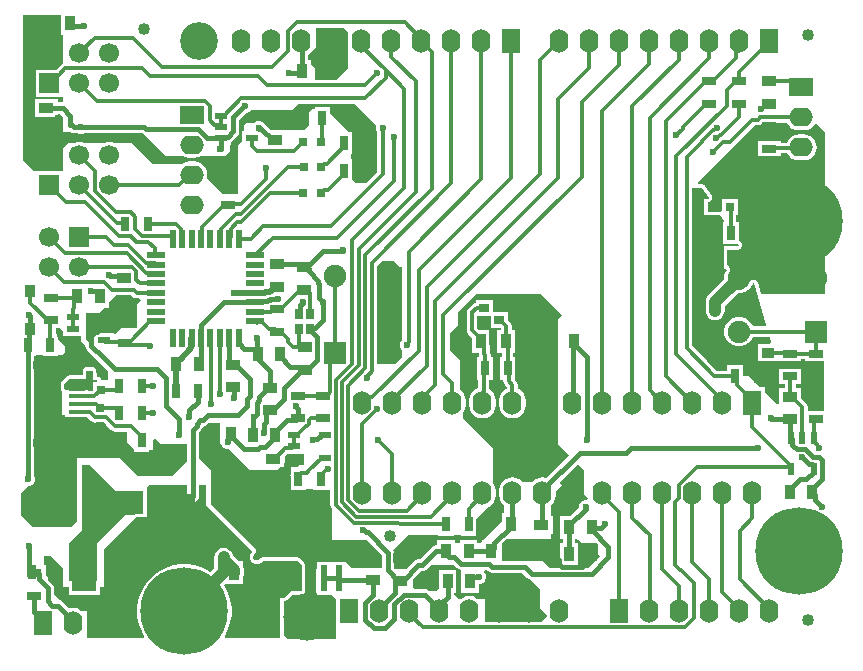
<source format=gtl>
G04*
G04 #@! TF.GenerationSoftware,Altium Limited,Altium Designer,21.7.1 (17)*
G04*
G04 Layer_Physical_Order=1*
G04 Layer_Color=255*
%FSLAX44Y44*%
%MOMM*%
G71*
G04*
G04 #@! TF.SameCoordinates,7A3013B2-BE9A-4409-8891-BE4D90AA3B49*
G04*
G04*
G04 #@! TF.FilePolarity,Positive*
G04*
G01*
G75*
%ADD12C,0.3000*%
%ADD15R,0.6000X2.2000*%
%ADD16R,3.5000X2.2000*%
%ADD17R,1.1000X0.6000*%
%ADD18R,0.6000X1.1000*%
%ADD19R,4.0000X1.6000*%
%ADD20R,2.0000X2.7000*%
%ADD21R,0.8000X0.8000*%
%ADD22R,0.8800X1.0200*%
%ADD23R,1.0200X0.8800*%
%ADD24R,1.5000X0.5500*%
%ADD25R,0.5500X1.5000*%
%ADD26R,0.7750X0.8750*%
%ADD27R,0.8750X0.7750*%
%ADD28R,0.7500X0.7500*%
%ADD29R,1.3500X0.4000*%
%ADD30R,1.4000X1.6000*%
%ADD31R,1.9000X1.9000*%
%ADD32R,1.3000X0.7000*%
%ADD33R,0.7000X1.3000*%
%ADD34R,1.3000X0.9000*%
%ADD35R,0.9000X1.3000*%
%ADD65R,1.9000X1.9000*%
%ADD66C,1.9000*%
%ADD70C,1.0160*%
%ADD71C,1.0000*%
%ADD72C,0.5000*%
%ADD73C,0.4000*%
%ADD74C,3.2000*%
%ADD75C,4.0000*%
%ADD76O,1.6000X2.0000*%
%ADD77R,1.6000X2.0000*%
%ADD78O,2.0000X1.6000*%
%ADD79R,2.0000X1.6000*%
%ADD80C,7.4000*%
%ADD81R,1.7000X1.7000*%
%ADD82C,1.7000*%
G04:AMPARAMS|DCode=83|XSize=2mm|YSize=1.2mm|CornerRadius=0.3mm|HoleSize=0mm|Usage=FLASHONLY|Rotation=0.000|XOffset=0mm|YOffset=0mm|HoleType=Round|Shape=RoundedRectangle|*
%AMROUNDEDRECTD83*
21,1,2.0000,0.6000,0,0,0.0*
21,1,1.4000,1.2000,0,0,0.0*
1,1,0.6000,0.7000,-0.3000*
1,1,0.6000,-0.7000,-0.3000*
1,1,0.6000,-0.7000,0.3000*
1,1,0.6000,0.7000,0.3000*
%
%ADD83ROUNDEDRECTD83*%
%ADD84C,0.6000*%
G36*
X278000Y516000D02*
Y485000D01*
X268588Y475588D01*
X250000D01*
Y485000D01*
X246750Y488250D01*
Y492000D01*
X244103D01*
Y496103D01*
X244669Y496669D01*
X246605Y498155D01*
X248091Y500091D01*
X251000Y503000D01*
Y519662D01*
X274338D01*
X278000Y516000D01*
D02*
G37*
G36*
X35020Y513740D02*
X37000D01*
Y489324D01*
X36569Y489239D01*
X35081Y488244D01*
X30777Y483940D01*
X13900D01*
Y460940D01*
X36900D01*
X37000Y459711D01*
Y456936D01*
X36540Y456558D01*
X32360D01*
Y458960D01*
X13360D01*
Y443960D01*
X32360D01*
Y446362D01*
X34428D01*
X37000Y443790D01*
Y431000D01*
X44021D01*
X44709Y430540D01*
X46660Y430152D01*
X48879D01*
X51056Y429250D01*
X53443D01*
X55621Y430152D01*
X103906D01*
X105196Y429290D01*
X105838Y429162D01*
X124000Y411000D01*
X138441D01*
X138453Y410992D01*
X141128Y409883D01*
X144000Y409505D01*
X148000D01*
X150872Y409883D01*
X153547Y410992D01*
X153559Y411000D01*
X168453D01*
X169056Y410750D01*
X171444D01*
X172047Y411000D01*
X174000D01*
X178000Y415000D01*
Y420110D01*
X179142D01*
Y422996D01*
X179904Y423505D01*
X184676Y428277D01*
X185781Y429931D01*
X186169Y431882D01*
Y441584D01*
X191672Y447088D01*
X191864D01*
X194069Y448001D01*
X195757Y449689D01*
X195886Y450000D01*
X231000D01*
X236000Y455000D01*
X284000D01*
X302236Y436764D01*
X302000Y436194D01*
Y433806D01*
X302913Y431601D01*
X303000Y431515D01*
Y397489D01*
X293511Y388000D01*
X285000D01*
X281500Y391500D01*
Y408000D01*
X281000D01*
Y412543D01*
X281577D01*
Y431543D01*
X278457D01*
X262888Y447112D01*
Y452730D01*
X249888D01*
Y451000D01*
X248000D01*
X245000Y448000D01*
Y437000D01*
X241000Y433000D01*
X212696D01*
X207973Y437722D01*
X207340Y438146D01*
X205899Y439586D01*
X203694Y440500D01*
X201306D01*
X199101Y439586D01*
X198515Y439000D01*
X192000D01*
X190000Y437000D01*
Y432110D01*
X188142D01*
Y423142D01*
X185000Y420000D01*
Y379000D01*
X172000D01*
X158704Y392296D01*
X158717Y392328D01*
X159095Y395200D01*
X158717Y398072D01*
X157608Y400747D01*
X155845Y403045D01*
X153547Y404809D01*
X150872Y405917D01*
X148000Y406295D01*
X144000D01*
X141128Y405917D01*
X138453Y404809D01*
X137399Y404000D01*
X113000D01*
X95000Y422000D01*
X80979D01*
X80639Y422196D01*
X77714Y422980D01*
X74686D01*
X71761Y422196D01*
X71421Y422000D01*
X55579D01*
X55239Y422196D01*
X52314Y422980D01*
X49286D01*
X46361Y422196D01*
X46021Y422000D01*
X41000D01*
X37000Y418000D01*
Y398000D01*
X12000D01*
X3000Y407000D01*
Y530000D01*
X35020D01*
Y513740D01*
D02*
G37*
G36*
X650391Y438053D02*
X652155Y435755D01*
X654453Y433992D01*
X657128Y432883D01*
X660000Y432505D01*
X664000D01*
X666872Y432883D01*
X669548Y433992D01*
X671845Y435755D01*
X673410Y437794D01*
X674849Y438150D01*
X682000Y431000D01*
Y320000D01*
X682150Y319850D01*
Y294428D01*
X627903D01*
X625144Y303958D01*
X625058Y304123D01*
X625020Y304306D01*
X624786Y304649D01*
X624595Y305018D01*
X624452Y305138D01*
X624347Y305292D01*
X623999Y305519D01*
X623682Y305786D01*
X623504Y305843D01*
X623348Y305945D01*
X622940Y306022D01*
X622544Y306147D01*
X622359Y306131D01*
X622175Y306166D01*
X620905Y306153D01*
X620723Y306115D01*
X620537Y306127D01*
X620144Y305994D01*
X619737Y305909D01*
X619583Y305804D01*
X619406Y305744D01*
X619094Y305470D01*
X618751Y305236D01*
X618649Y305080D01*
X618509Y304957D01*
X618326Y304584D01*
X618098Y304237D01*
X618064Y304054D01*
X617981Y303886D01*
X617902Y303590D01*
X616659Y301437D01*
X614901Y299679D01*
X612748Y298436D01*
X610347Y297793D01*
X608015D01*
X606845Y297560D01*
X605853Y296897D01*
X605852Y296897D01*
X603383Y294428D01*
X602000D01*
X597361Y302576D01*
X598767Y303983D01*
X599430Y304975D01*
X599663Y306145D01*
X599663Y306145D01*
Y308477D01*
X600306Y310878D01*
X601428Y312821D01*
X601540Y313152D01*
X601705Y313461D01*
X601730Y313712D01*
X601811Y313951D01*
X601788Y314300D01*
X601823Y314649D01*
X601750Y314890D01*
X601733Y315142D01*
X601578Y315456D01*
X601477Y315791D01*
X600799Y317061D01*
X600513Y317409D01*
X600263Y317783D01*
X600138Y317867D01*
X600042Y317984D01*
X599645Y318196D01*
X599419Y318347D01*
Y331561D01*
X608266D01*
X608559Y331619D01*
X608858Y331619D01*
X609138Y331735D01*
X609436Y331794D01*
X609685Y331960D01*
X609961Y332074D01*
X610044Y332129D01*
X610199Y332284D01*
X610388Y332396D01*
X610618Y332702D01*
X610889Y332972D01*
X610974Y333174D01*
X611105Y333349D01*
X611689Y334564D01*
X611817Y335061D01*
X611973Y335550D01*
X611965Y335636D01*
X611987Y335720D01*
X611915Y336228D01*
X611871Y336740D01*
X611832Y336816D01*
X611820Y336902D01*
X611559Y337344D01*
X611323Y337799D01*
X611080Y338103D01*
X610948Y338214D01*
X610853Y338357D01*
X610496Y338596D01*
X610167Y338872D01*
X610003Y338924D01*
X609861Y339020D01*
X609439Y339104D01*
X609090Y339215D01*
Y355194D01*
X606686D01*
Y360538D01*
X608606D01*
Y374538D01*
X594606D01*
Y364706D01*
X594506Y364468D01*
X594286Y364176D01*
X593502Y363597D01*
X582665D01*
Y371479D01*
X582911D01*
X583348Y371566D01*
X583791Y371609D01*
X583929Y371682D01*
X584082Y371712D01*
X584452Y371959D01*
X584845Y372169D01*
X584944Y372289D01*
X585074Y372375D01*
X585321Y372746D01*
X585605Y373089D01*
X586207Y374208D01*
X586337Y374633D01*
X586510Y375044D01*
X586510Y375200D01*
X586556Y375349D01*
X586513Y375792D01*
X586516Y376238D01*
X586457Y376382D01*
X586442Y376537D01*
X586233Y376930D01*
X586065Y377343D01*
X580552Y385686D01*
X580335Y385906D01*
X580163Y386163D01*
X579919Y386326D01*
X579712Y386534D01*
X579427Y386654D01*
X579170Y386826D01*
X578883Y386883D01*
X578612Y386997D01*
X578303Y386998D01*
X578000Y387059D01*
X574718D01*
X574232Y388232D01*
X622880Y436880D01*
X625298D01*
X627054Y437229D01*
X628543Y438224D01*
X629331Y439012D01*
X649994D01*
X650391Y438053D01*
D02*
G37*
G36*
X583513Y375657D02*
X582911Y374538D01*
X579606D01*
Y360538D01*
X593502D01*
X596513Y355980D01*
X596090Y355194D01*
X596090D01*
Y336194D01*
X608690D01*
X608933Y335890D01*
X608349Y334675D01*
X608266Y334620D01*
X596360D01*
Y315620D01*
X598101D01*
X598779Y314350D01*
X597456Y312059D01*
X596604Y308880D01*
Y306145D01*
X583294Y292836D01*
X582012Y291164D01*
X581206Y289218D01*
X580931Y287130D01*
Y280000D01*
X581206Y277912D01*
X582012Y275965D01*
X583294Y274294D01*
X584966Y273012D01*
X586912Y272206D01*
X589000Y271931D01*
X591088Y272206D01*
X593035Y273012D01*
X594706Y274294D01*
X595988Y275965D01*
X596794Y277912D01*
X597069Y280000D01*
Y283788D01*
X608015Y294734D01*
X610750D01*
X613929Y295586D01*
X616779Y297232D01*
X619106Y299559D01*
X620752Y302409D01*
X620936Y303095D01*
X622206Y303107D01*
X632416Y267837D01*
X631652Y266822D01*
X620816D01*
X620752Y267059D01*
X619106Y269909D01*
X616779Y272236D01*
X613929Y273882D01*
X610750Y274734D01*
X607458D01*
X604279Y273882D01*
X601429Y272236D01*
X599101Y269909D01*
X597456Y267059D01*
X596604Y263880D01*
Y260588D01*
X597456Y257409D01*
X599101Y254559D01*
X601429Y252232D01*
X604279Y250586D01*
X607458Y249734D01*
X610750D01*
X613929Y250586D01*
X616779Y252232D01*
X619106Y254559D01*
X620752Y257409D01*
X620816Y257646D01*
X635366D01*
X636705Y253018D01*
X635751Y251748D01*
X625724D01*
Y236948D01*
X641924D01*
Y236948D01*
X643026Y236934D01*
Y236934D01*
X643188Y236934D01*
X662026D01*
Y238846D01*
X664870D01*
Y236934D01*
X681000D01*
Y194612D01*
X667528D01*
Y198444D01*
X667179Y200200D01*
X666184Y201688D01*
X661772Y206101D01*
Y214612D01*
X657114D01*
Y217934D01*
X662026D01*
Y230934D01*
X643026D01*
Y217934D01*
X647938D01*
Y214612D01*
X642772D01*
Y201024D01*
X641502Y200498D01*
X631650Y210350D01*
Y214930D01*
X627070D01*
X617000Y225000D01*
X612442D01*
Y234036D01*
X599442D01*
Y229124D01*
X590364D01*
X582000Y237489D01*
Y238000D01*
X569588Y250412D01*
Y384000D01*
X578000D01*
X583513Y375657D01*
D02*
G37*
G36*
X95955Y291756D02*
X97444Y290761D01*
X99200Y290412D01*
X101588D01*
X103000Y289000D01*
X100000Y286000D01*
Y266489D01*
X98511Y265000D01*
X86000D01*
X81020Y260020D01*
X79750Y260546D01*
Y261250D01*
X62750D01*
Y253000D01*
X59000D01*
X56000Y256000D01*
Y278000D01*
X67000D01*
X71500Y282500D01*
X75500D01*
Y286500D01*
X81849Y292849D01*
X94862D01*
X95955Y291756D01*
D02*
G37*
G36*
X36750Y262250D02*
Y258750D01*
X52000D01*
Y254330D01*
X55652Y250678D01*
Y250179D01*
X56040Y248228D01*
X57145Y246574D01*
X66985Y236735D01*
X68166Y235945D01*
X75099Y229012D01*
Y221327D01*
X69043D01*
X68826Y222421D01*
X68163Y223413D01*
X67171Y224076D01*
X66618Y224186D01*
X65500Y224806D01*
Y227193D01*
X65059Y228259D01*
Y229000D01*
X64826Y230170D01*
X64163Y231163D01*
X63170Y231826D01*
X62000Y232059D01*
X56495D01*
X55325Y231826D01*
X54332Y231163D01*
X53669Y230170D01*
X53436Y229000D01*
Y225059D01*
X42000D01*
X40829Y224826D01*
X39837Y224163D01*
X39837Y224163D01*
X35837Y220163D01*
X35174Y219170D01*
X34941Y218000D01*
X34941Y218000D01*
Y214000D01*
X35174Y212829D01*
X35837Y211837D01*
X35837Y211837D01*
X36000Y211674D01*
Y192000D01*
X38995D01*
Y189500D01*
X57542D01*
X58006Y188806D01*
X60556Y186256D01*
X62044Y185261D01*
X63800Y184912D01*
X71799D01*
X73080Y183631D01*
X73381Y183181D01*
X77806Y178756D01*
X79294Y177761D01*
X81050Y177412D01*
X91000D01*
Y169000D01*
X96980Y163020D01*
Y160680D01*
X109980D01*
Y162000D01*
X113000D01*
Y170000D01*
X115000Y172000D01*
X120000Y167000D01*
X141922D01*
Y152922D01*
X129000Y140000D01*
X100000D01*
X85000Y155000D01*
X49000D01*
Y102000D01*
X44000Y97000D01*
X11000D01*
X1000Y107000D01*
Y125000D01*
X7250Y131250D01*
X8443D01*
X10649Y132163D01*
X12337Y133851D01*
X13250Y136056D01*
Y138443D01*
X12348Y140621D01*
Y161431D01*
X12093Y162713D01*
Y239953D01*
X12183Y240403D01*
Y241183D01*
X12452Y241452D01*
X13764D01*
Y242000D01*
X19764D01*
Y241452D01*
X32764D01*
Y242000D01*
X36000D01*
X39000Y245000D01*
Y250000D01*
X32764Y256236D01*
Y260452D01*
X30852D01*
Y265000D01*
X34000D01*
X36750Y262250D01*
D02*
G37*
G36*
X322000Y317000D02*
X324000D01*
Y254836D01*
X323238Y254074D01*
X322325Y251869D01*
Y249482D01*
X323238Y247276D01*
X324000Y246515D01*
Y241000D01*
X318000Y235000D01*
X303088D01*
Y318088D01*
X307000Y322000D01*
X317000D01*
X322000Y317000D01*
D02*
G37*
G36*
X62000Y221250D02*
X66000D01*
Y219750D01*
X62000D01*
Y213000D01*
X61088Y212088D01*
X58495D01*
Y212500D01*
X39500D01*
X38000Y214000D01*
Y218000D01*
X42000Y222000D01*
X56495D01*
Y229000D01*
X62000D01*
Y221250D01*
D02*
G37*
G36*
X459000Y276000D02*
X456000Y273000D01*
Y167000D01*
X465455Y157545D01*
X446171Y138261D01*
X445722Y138447D01*
X442850Y138825D01*
X439978Y138447D01*
X437303Y137338D01*
X435005Y135575D01*
X434563Y135000D01*
X425737D01*
X425295Y135575D01*
X422998Y137338D01*
X420322Y138447D01*
X417450Y138825D01*
X414578Y138447D01*
X411903Y137338D01*
X409605Y135575D01*
X407841Y133278D01*
X406733Y130602D01*
X406355Y127730D01*
Y123730D01*
X406733Y120858D01*
X407841Y118182D01*
X409605Y115885D01*
X410000Y115581D01*
Y108560D01*
X408400D01*
Y101400D01*
X392700Y85700D01*
X391940D01*
Y84940D01*
X390000Y83000D01*
X387840D01*
Y85700D01*
X372840D01*
Y83000D01*
X368840D01*
Y85700D01*
X353840D01*
Y81840D01*
X353298Y81298D01*
X352935D01*
X350984Y80910D01*
X349330Y79805D01*
X339084Y69558D01*
X337580D01*
X335629Y69170D01*
X333975Y68065D01*
X326910Y61000D01*
X318250D01*
X317178Y62072D01*
Y74827D01*
X316790Y76778D01*
X316385Y77385D01*
X329000Y90000D01*
X354840D01*
Y89560D01*
X367840D01*
Y90000D01*
X373840D01*
Y89560D01*
X386840D01*
Y103840D01*
X396785Y113785D01*
X397598Y114122D01*
X399895Y115885D01*
X401659Y118182D01*
X402767Y120858D01*
X403145Y123730D01*
Y127730D01*
X402767Y130602D01*
X401659Y133278D01*
X401000Y134136D01*
Y164000D01*
X376000Y189000D01*
Y194046D01*
X376259Y194382D01*
X377367Y197058D01*
X377745Y199930D01*
Y203930D01*
X377367Y206802D01*
X376259Y209478D01*
X374495Y211775D01*
X373000Y212923D01*
Y238000D01*
X365000Y246000D01*
Y261000D01*
X371000Y267000D01*
Y278000D01*
X387000Y294000D01*
X441000D01*
X459000Y276000D01*
D02*
G37*
G36*
X158000Y115000D02*
X197007Y75993D01*
X195914Y74899D01*
X195000Y72694D01*
Y70307D01*
X195914Y68101D01*
X197601Y66413D01*
X199806Y65500D01*
X202194D01*
X204399Y66413D01*
X205985Y68000D01*
X235244D01*
X239000Y64244D01*
Y43000D01*
X230000D01*
X224000Y37000D01*
X221000D01*
Y23389D01*
X220840Y22585D01*
Y18055D01*
X221000Y17250D01*
Y4000D01*
X220000Y3000D01*
X174267D01*
X173690Y4132D01*
X173911Y4435D01*
X176770Y10045D01*
X178715Y16033D01*
X179700Y22252D01*
Y28548D01*
X178715Y34767D01*
X176770Y40755D01*
X173911Y46365D01*
X173139Y47428D01*
X173640Y47929D01*
X174500Y48750D01*
Y48750D01*
X174500Y48750D01*
X189500D01*
Y55452D01*
X189794Y56162D01*
X190069Y58250D01*
Y60250D01*
X189794Y62338D01*
X189500Y63048D01*
Y67750D01*
X185911D01*
X181210Y72451D01*
X181177Y72706D01*
X180371Y74652D01*
X179088Y76323D01*
X178706Y76706D01*
X177034Y77988D01*
X175088Y78794D01*
X173000Y79069D01*
X170912Y78794D01*
X168965Y77988D01*
X167294Y76706D01*
X166012Y75034D01*
X165206Y73088D01*
X164931Y71000D01*
Y62042D01*
X161728Y58839D01*
X160665Y59611D01*
X155055Y62470D01*
X149067Y64415D01*
X142848Y65400D01*
X136552D01*
X130333Y64415D01*
X124345Y62470D01*
X118735Y59611D01*
X113642Y55910D01*
X109190Y51458D01*
X105489Y46365D01*
X102631Y40755D01*
X100685Y34767D01*
X99700Y28548D01*
Y22252D01*
X100685Y16033D01*
X102631Y10045D01*
X105489Y4435D01*
X105710Y4132D01*
X105133Y3000D01*
X57000D01*
Y26000D01*
X52373D01*
X51267Y26848D01*
X48592Y27957D01*
X45720Y28335D01*
X42848Y27957D01*
X42399Y27771D01*
X36325Y33845D01*
X34671Y34950D01*
X33896Y35104D01*
X29298Y39702D01*
Y44800D01*
X28910Y46751D01*
X27805Y48405D01*
X24000Y52210D01*
Y54000D01*
X22200Y55800D01*
Y64260D01*
X21000D01*
Y72000D01*
X27000D01*
X37000Y62000D01*
Y46000D01*
X42000D01*
Y39500D01*
X68000D01*
Y46000D01*
X72000D01*
Y78000D01*
X99000Y105000D01*
X108000D01*
Y130000D01*
X110000Y132000D01*
X141922D01*
Y122840D01*
X142310Y120889D01*
X143415Y119235D01*
X145069Y118130D01*
X147020Y117742D01*
X148971Y118130D01*
X150625Y119235D01*
X151730Y120889D01*
X152118Y122840D01*
Y132000D01*
X158000D01*
Y115000D01*
D02*
G37*
G36*
X478000Y145000D02*
Y124000D01*
X481006Y120994D01*
X480454Y119750D01*
X478557D01*
X476351Y118836D01*
X474663Y117149D01*
X473750Y114944D01*
Y114000D01*
X465770Y106020D01*
X457980D01*
Y87020D01*
X460382D01*
Y83160D01*
X457980D01*
Y64160D01*
X472980D01*
Y83160D01*
X470578D01*
Y87020D01*
X472224D01*
X473000Y86000D01*
X473171Y85829D01*
X476000Y83000D01*
X488790D01*
X490000Y81790D01*
Y74000D01*
X492000Y72000D01*
X482258Y62258D01*
X448742D01*
X443000Y68000D01*
X428332D01*
X427840Y68098D01*
X409000D01*
Y82950D01*
X413050Y87000D01*
X450000D01*
Y90900D01*
X451460D01*
Y105900D01*
X450000D01*
Y115351D01*
X450695Y115885D01*
X452458Y118182D01*
X453567Y120858D01*
X453945Y123730D01*
Y126945D01*
X459000Y132000D01*
X456665Y134335D01*
X472665Y150335D01*
X478000Y145000D01*
D02*
G37*
G36*
X161000Y185000D02*
X170000D01*
Y170000D01*
X170250Y169750D01*
Y167956D01*
X171163Y165751D01*
X172851Y164063D01*
X175056Y163150D01*
X176850D01*
X195000Y145000D01*
X218000D01*
X220250Y147250D01*
X224000D01*
Y151000D01*
X225000Y152000D01*
Y156761D01*
X227150Y158912D01*
X231000D01*
X231443Y159000D01*
X239730D01*
X241000Y159000D01*
X241000Y157730D01*
Y149000D01*
X237000D01*
X235250Y147250D01*
X229750D01*
Y141750D01*
X229000Y141000D01*
X229750Y140250D01*
Y128250D01*
X242750D01*
Y129000D01*
X248750D01*
Y128250D01*
X261750D01*
Y128250D01*
X262941Y128059D01*
X263362Y127638D01*
Y115479D01*
X263711Y113723D01*
X264706Y112235D01*
X265000Y111940D01*
Y86000D01*
X293697D01*
X306982Y72715D01*
Y62000D01*
X281000D01*
X277000Y66000D01*
X276400D01*
Y67250D01*
X264400D01*
Y67250D01*
X263700D01*
Y67250D01*
X251700D01*
Y61700D01*
X251000Y61000D01*
Y42000D01*
X251700Y41300D01*
Y39250D01*
X263700D01*
X263700Y39250D01*
X264906Y39094D01*
X268400Y35600D01*
Y34400D01*
X268000Y34000D01*
Y2000D01*
X227000D01*
X224059Y4941D01*
Y17250D01*
X224000Y17546D01*
Y17847D01*
X223899Y18356D01*
Y22284D01*
X224000Y22793D01*
Y23094D01*
X224059Y23389D01*
Y33953D01*
X225170Y34174D01*
X226163Y34837D01*
X226163Y34837D01*
X230576Y39250D01*
X238300D01*
Y39941D01*
X239000D01*
X240170Y40174D01*
X241163Y40837D01*
X241826Y41830D01*
X242059Y43000D01*
Y64244D01*
X241826Y65415D01*
X241163Y66407D01*
X241163Y66407D01*
X237407Y70163D01*
X236415Y70826D01*
X235244Y71059D01*
X235244Y71059D01*
X205985D01*
X205985Y71059D01*
X204815Y70826D01*
X203822Y70163D01*
X203822Y70163D01*
X202666Y69007D01*
X201585Y68559D01*
X200415D01*
X199334Y69007D01*
X198507Y69834D01*
X198059Y70915D01*
Y72085D01*
X198507Y73166D01*
X199170Y73830D01*
X199833Y74822D01*
X200066Y75993D01*
X200000Y77000D01*
Y78000D01*
X199770Y78230D01*
X162000Y116000D01*
Y145000D01*
X152118Y154882D01*
Y176908D01*
X153855Y178645D01*
X154960Y180299D01*
X155124Y181124D01*
X156376Y182376D01*
X157201Y182540D01*
X158855Y183645D01*
X160605Y185395D01*
X161000Y185000D01*
D02*
G37*
G36*
X82000Y127000D02*
X104941D01*
Y108059D01*
X99000D01*
X97829Y107826D01*
X96837Y107163D01*
X96837Y107163D01*
X96674Y107000D01*
X90000D01*
X66000Y83000D01*
Y51000D01*
X42000D01*
Y83422D01*
X53000Y94422D01*
Y149000D01*
X60000D01*
X82000Y127000D01*
D02*
G37*
G36*
X370578Y62095D02*
X372232Y60990D01*
X373104Y60817D01*
X374160Y60300D01*
Y41300D01*
X389160D01*
Y48750D01*
X390193D01*
X392399Y49664D01*
X394087Y51351D01*
X395000Y53556D01*
Y55943D01*
X394087Y58149D01*
X393505Y58730D01*
X394031Y60000D01*
X395790D01*
X396395Y59395D01*
X398049Y58290D01*
X400000Y57902D01*
X425728D01*
X430075Y53555D01*
X431729Y52450D01*
X432754Y52246D01*
X441000Y44000D01*
Y28000D01*
X446182Y22818D01*
X446372Y21372D01*
X441488Y16488D01*
X394000D01*
Y36000D01*
X387862D01*
X386548Y37009D01*
X383872Y38117D01*
X381000Y38495D01*
X378128Y38117D01*
X375452Y37009D01*
X374138Y36000D01*
X372000D01*
X368000Y40000D01*
Y41300D01*
X370060D01*
Y60300D01*
X355060D01*
Y45060D01*
X353000Y43000D01*
X347010D01*
X347005Y43005D01*
X345351Y44110D01*
X343400Y44498D01*
X334502D01*
X333000Y46000D01*
Y52670D01*
X339692Y59362D01*
X341195D01*
X343146Y59750D01*
X343520Y60000D01*
X344000D01*
X349000Y65000D01*
X367673D01*
X370578Y62095D01*
D02*
G37*
%LPC*%
G36*
X664000Y429295D02*
X660000D01*
X657128Y428917D01*
X654453Y427808D01*
X652155Y426045D01*
X650391Y423747D01*
X649791Y422298D01*
X644500D01*
Y423720D01*
X625500D01*
Y410720D01*
X644500D01*
Y413122D01*
X650197D01*
X650391Y412653D01*
X652155Y410355D01*
X654453Y408591D01*
X657128Y407483D01*
X660000Y407105D01*
X664000D01*
X666872Y407483D01*
X669548Y408591D01*
X671845Y410355D01*
X673608Y412653D01*
X674717Y415328D01*
X675095Y418200D01*
X674717Y421072D01*
X673608Y423747D01*
X671845Y426045D01*
X669548Y427808D01*
X666872Y428917D01*
X664000Y429295D01*
D02*
G37*
G36*
X401075Y288815D02*
X386325D01*
Y286904D01*
X385494Y286739D01*
X384006Y285744D01*
X380006Y281744D01*
X379011Y280256D01*
X378662Y278500D01*
Y263250D01*
X379011Y261494D01*
X380006Y260006D01*
X383000Y257011D01*
Y244500D01*
X388912D01*
Y243000D01*
X389129Y241910D01*
X388254Y240640D01*
X387860D01*
Y221640D01*
X388617D01*
Y214414D01*
X386502Y213538D01*
X384205Y211775D01*
X382441Y209478D01*
X381333Y206802D01*
X380955Y203930D01*
Y199930D01*
X381333Y197058D01*
X382441Y194382D01*
X384205Y192085D01*
X386502Y190322D01*
X389178Y189213D01*
X392050Y188835D01*
X394922Y189213D01*
X397598Y190322D01*
X399895Y192085D01*
X401659Y194382D01*
X402767Y197058D01*
X403145Y199930D01*
Y203930D01*
X402767Y206802D01*
X401659Y209478D01*
X399895Y211775D01*
X397793Y213388D01*
Y221640D01*
X400860D01*
Y240640D01*
X398948D01*
Y242140D01*
X398599Y243896D01*
X398088Y244660D01*
Y251000D01*
X398000Y251443D01*
Y263500D01*
X389489D01*
X387838Y265151D01*
Y275065D01*
X399025D01*
Y265315D01*
X407286D01*
X407552Y265049D01*
Y263500D01*
X404640D01*
Y244500D01*
X408772D01*
Y240640D01*
X406860D01*
Y221640D01*
X409714D01*
Y220140D01*
X410064Y218384D01*
X411058Y216896D01*
X412845Y215109D01*
X412724Y213879D01*
X411903Y213538D01*
X409605Y211775D01*
X407841Y209478D01*
X406733Y206802D01*
X406355Y203930D01*
Y199930D01*
X406733Y197058D01*
X407841Y194382D01*
X409605Y192085D01*
X411903Y190322D01*
X414578Y189213D01*
X417450Y188835D01*
X420322Y189213D01*
X422998Y190322D01*
X425295Y192085D01*
X427058Y194382D01*
X428167Y197058D01*
X428545Y199930D01*
Y203930D01*
X428167Y206802D01*
X427058Y209478D01*
X425295Y211775D01*
X422998Y213538D01*
X422038Y213936D01*
Y216993D01*
X421689Y218748D01*
X420694Y220237D01*
X420366Y220565D01*
X419860Y221640D01*
X419860D01*
X419860Y221640D01*
Y240640D01*
X417948D01*
Y244500D01*
X419640D01*
Y263500D01*
X416728D01*
Y266950D01*
X416379Y268706D01*
X415384Y270194D01*
X413775Y271804D01*
Y279065D01*
X401075D01*
Y288815D01*
D02*
G37*
%LPD*%
D12*
X519050Y453050D02*
X558500Y492500D01*
X519050Y201930D02*
Y453050D01*
X558500Y492500D02*
Y507700D01*
X533400Y488400D02*
Y508000D01*
X493650Y201930D02*
Y448650D01*
X533400Y488400D01*
X476500Y393500D02*
Y456500D01*
X508000Y488000D02*
Y508000D01*
X476500Y456500D02*
X508000Y488000D01*
X456000Y392500D02*
Y459000D01*
X482600Y485600D01*
Y508000D01*
X338000Y314000D02*
X416560Y392560D01*
X298417Y206417D02*
X338000Y246000D01*
Y314000D01*
X345000Y233080D02*
Y300000D01*
X315850Y203930D02*
X345000Y233080D01*
Y300000D02*
X441000Y396000D01*
X330000Y330000D02*
X391160Y391160D01*
X328325Y251487D02*
X330000Y253162D01*
Y330000D01*
X328325Y250675D02*
Y251487D01*
X352000Y288500D02*
X456000Y392500D01*
X441000Y491800D02*
X457200Y508000D01*
X441000Y396000D02*
Y491800D01*
X359000Y226000D02*
Y276000D01*
X476500Y393500D01*
X416560Y392560D02*
Y508000D01*
X391160Y391160D02*
Y508000D01*
X204500Y271000D02*
X211220Y264280D01*
X216440D01*
X218440Y262280D01*
X199750Y271000D02*
X204500D01*
X215440Y281280D02*
X218440D01*
X199750Y279000D02*
X213160D01*
X215440Y281280D01*
X267950Y115479D02*
Y221250D01*
X281750Y235050D01*
X294937Y206417D02*
X298417D01*
X290450Y201930D02*
X294937Y206417D01*
X352000Y216687D02*
Y288500D01*
X341250Y205937D02*
X352000Y216687D01*
X359000Y226000D02*
X366650Y218350D01*
Y201930D02*
Y218350D01*
X292750Y326750D02*
X349000Y383000D01*
X292750Y231250D02*
Y326750D01*
X349000Y383000D02*
Y499360D01*
X298500Y228619D02*
Y320500D01*
X365760Y387760D02*
Y508000D01*
X298500Y320500D02*
X365760Y387760D01*
X287500Y233729D02*
Y332500D01*
X335750Y380750D02*
Y474250D01*
X287500Y332500D02*
X335750Y380750D01*
X281750Y339750D02*
X326000Y384000D01*
X281750Y235050D02*
Y339750D01*
X326000Y384000D02*
Y467500D01*
X214500Y341750D02*
X268750D01*
X317000Y390000D02*
Y427000D01*
X268750Y341750D02*
X317000Y390000D01*
X206250Y351500D02*
X263500D01*
X308000Y396000D02*
Y435000D01*
X263500Y351500D02*
X308000Y396000D01*
X340360Y508000D02*
X349000Y499360D01*
X310155Y483345D02*
X326000Y467500D01*
X314960Y495040D02*
Y508000D01*
Y495040D02*
X335750Y474250D01*
X340360Y508000D02*
Y510000D01*
X556000Y243180D02*
X595250Y203930D01*
X556000Y243180D02*
Y410750D01*
X598750Y453500D01*
X565000Y248000D02*
X588464Y224536D01*
X565000Y410250D02*
X577838Y423088D01*
X565000Y248000D02*
Y410250D01*
X267250Y248647D02*
Y305047D01*
X262950Y244347D02*
X267250Y248647D01*
X262950Y309347D02*
X267250Y305047D01*
X59493Y194500D02*
X61250Y192743D01*
X48745Y194500D02*
X59493D01*
X61250Y192050D02*
Y192743D01*
Y192050D02*
X63800Y189500D01*
X50800Y497840D02*
X63960Y511000D01*
X96125D01*
X121000Y486125D02*
X213623D01*
X96125Y511000D02*
X121000Y486125D01*
X210000Y471000D02*
X293000D01*
X303000Y481000D01*
X104179Y485000D02*
X110590Y478590D01*
X202411D01*
X210000Y471000D01*
X213623Y486125D02*
X227260Y499762D01*
X187620Y459588D02*
X293030D01*
X173142Y445110D02*
X187620Y459588D01*
X293030D02*
X310155Y476713D01*
X556000Y428500D02*
X561554Y434054D01*
Y435674D02*
X581200Y455320D01*
X561554Y434054D02*
Y435674D01*
X628000Y451000D02*
X628680D01*
X633000Y455320D01*
X627451Y443600D02*
X662000D01*
X627071Y443220D02*
X627451Y443600D01*
X627050Y443220D02*
X627071D01*
X633000Y455320D02*
X635000D01*
X625298Y441468D02*
X627050Y443220D01*
X577838Y423088D02*
Y423223D01*
X593119Y428500D02*
X594429D01*
X587211Y432596D02*
X587784D01*
X590188Y435000D02*
X591000D01*
X587784Y432596D02*
X590188Y435000D01*
X590716Y426096D02*
X593119Y428500D01*
X589904Y426096D02*
X590716D01*
X587000Y414000D02*
X595958Y422958D01*
X594429Y428500D02*
X609600Y443671D01*
Y455320D01*
X577838Y423223D02*
X587211Y432596D01*
X595958Y422958D02*
X601708D01*
X598750Y453500D02*
Y466470D01*
X601708Y422958D02*
X620218Y441468D01*
X310155Y476713D02*
Y483345D01*
X289560Y503940D02*
X310155Y483345D01*
X289560Y503940D02*
Y508000D01*
X676426Y164574D02*
X677000Y164000D01*
X672440Y169758D02*
X676426Y165772D01*
Y164574D02*
Y165772D01*
X672440Y169758D02*
Y186112D01*
X282929Y100500D02*
X320415D01*
X321855Y99060D02*
X361340D01*
X328020Y110500D02*
X341250Y123730D01*
X272950Y117550D02*
X285000Y105500D01*
X320415Y100500D02*
X321855Y99060D01*
X348420Y105500D02*
X366650Y123730D01*
X277950Y119967D02*
X287417Y110500D01*
X328020D01*
X285000Y105500D02*
X348420D01*
X267950Y115479D02*
X282929Y100500D01*
X272950Y117550D02*
Y219179D01*
X609750Y93750D02*
X620650Y104650D01*
X609750Y52650D02*
Y93750D01*
X620650Y104650D02*
Y125730D01*
X519050Y104700D02*
X534000Y89750D01*
X508000Y25400D02*
Y109380D01*
X534000Y26000D02*
Y89750D01*
X519050Y104700D02*
Y125730D01*
X341700Y11900D02*
X563563D01*
X653440Y146258D02*
Y148758D01*
X330200Y23400D02*
X341700Y11900D01*
X563563D02*
X571250Y19586D01*
X330200Y23400D02*
Y25400D01*
X170642Y435610D02*
Y437110D01*
Y445110D01*
X50800Y316600D02*
X95600D01*
X25400Y342000D02*
X38650Y328750D01*
X90800D01*
X107300Y312250D01*
X95600Y316600D02*
X98900Y313300D01*
X165192Y437110D02*
X169142D01*
X161321Y440981D02*
X165192Y437110D01*
X65740Y457500D02*
X157450D01*
X169142Y437110D02*
X170642Y435610D01*
X161321Y440981D02*
Y453629D01*
X157450Y457500D02*
X161321Y453629D01*
X50800Y472440D02*
X65740Y457500D01*
X33165Y479840D02*
X38325Y485000D01*
X25400Y472440D02*
X32800Y479840D01*
X38325Y485000D02*
X104179D01*
X32800Y479840D02*
X33165D01*
X272950Y219179D02*
X287500Y233729D01*
X293971Y223279D02*
Y224091D01*
X298500Y228619D01*
X277950Y216450D02*
X292750Y231250D01*
X262950Y210700D02*
Y244347D01*
X63800Y189500D02*
X73700D01*
X260500Y146000D02*
X261000D01*
X277950Y119967D02*
Y216450D01*
X255250Y140750D02*
X260500Y146000D01*
X89000Y252250D02*
X90426Y250824D01*
X110426D01*
X111000Y250250D01*
X72750Y253750D02*
X87500D01*
X71250Y255250D02*
X72750Y253750D01*
X87500D02*
X89000Y252250D01*
X103480Y170180D02*
Y173180D01*
X94660Y182000D02*
X103480Y173180D01*
X81050Y182000D02*
X94660D01*
X76625Y186425D02*
X81050Y182000D01*
X76625Y186425D02*
Y186575D01*
X73700Y189500D02*
X76625Y186575D01*
X304000Y170750D02*
X315850Y158900D01*
X255250Y137750D02*
Y140750D01*
X238250Y142750D02*
X243250D01*
X236250Y137750D02*
Y140750D01*
X238250Y142750D01*
X243250D02*
X245250Y144750D01*
Y144750D01*
X256000Y155500D02*
X258500D01*
X245250Y144750D02*
X256000Y155500D01*
X214500Y154750D02*
X216500D01*
X231000Y163500D02*
X232500Y165000D01*
X225250Y163500D02*
X231000D01*
X216500Y154750D02*
X225250Y163500D01*
X232500Y165000D02*
Y174500D01*
X245500Y187243D02*
X247257Y189000D01*
X245500Y184050D02*
Y187243D01*
X232500Y174500D02*
X235000D01*
X247257Y189000D02*
X257250D01*
X243450Y182000D02*
X245500Y184050D01*
X242500Y182000D02*
X243450D01*
X235000Y174500D02*
X242500Y182000D01*
X235500Y208000D02*
X257250D01*
X260250D01*
X262950Y210700D01*
X380340Y112020D02*
X392050Y123730D01*
Y125730D01*
X380340Y99060D02*
Y112020D01*
X162000Y201250D02*
X162500Y200750D01*
X162000Y201250D02*
Y256750D01*
X161750Y257000D02*
X162000Y256750D01*
X169866Y209360D02*
X169982Y209244D01*
X169866Y209360D02*
Y256884D01*
X169750Y257000D02*
X169866Y256884D01*
X103500Y193500D02*
X113250D01*
X103500Y216000D02*
X113250D01*
X84500Y193500D02*
Y195250D01*
X68500Y197250D02*
X82500D01*
X84500Y195250D01*
X82500Y213000D02*
X84500Y215000D01*
X68750Y213000D02*
X82500D01*
X84500Y215000D02*
Y216000D01*
X64750Y201000D02*
X68500Y197250D01*
X48745Y201000D02*
X64750D01*
X48745Y207500D02*
X63250D01*
X68750Y213000D01*
X227683Y253037D02*
X231720Y249000D01*
X227683Y253037D02*
Y256037D01*
X221440Y262280D02*
X227683Y256037D01*
X218440Y262280D02*
X221440D01*
X26264Y250952D02*
Y270764D01*
X27178Y271678D01*
X9144Y286712D02*
Y296766D01*
Y286712D02*
X24178Y271678D01*
X27178D01*
X47678Y290678D02*
X49000Y292000D01*
X46000Y289000D02*
X47678Y290678D01*
X46000Y282500D02*
Y289000D01*
X45250Y281750D02*
X46000Y282500D01*
X45250Y274250D02*
Y281750D01*
X27178Y290678D02*
X47678D01*
X45250Y264750D02*
Y274250D01*
X94250Y254250D02*
X111000Y271000D01*
X89000Y252250D02*
X91000Y254250D01*
X111000Y271000D02*
X115750D01*
X91000Y254250D02*
X94250D01*
X199750Y271000D02*
X201000Y269750D01*
X239630Y249000D02*
X241500D01*
X231720D02*
X239630D01*
X236630Y252000D02*
Y264160D01*
Y252000D02*
X239630Y249000D01*
X246380Y276860D02*
Y292760D01*
X241300Y297840D02*
X243300D01*
X246300Y294840D01*
Y292840D02*
Y294840D01*
Y292840D02*
X246380Y292760D01*
X221440Y281280D02*
X235000Y294840D01*
X238300D02*
X241300Y297840D01*
X218440Y281280D02*
X221440D01*
X235000Y294840D02*
X238300D01*
X155000Y342250D02*
Y350500D01*
X173500Y369000D01*
X176500D01*
X153750Y341000D02*
X155000Y342250D01*
X179000Y349450D02*
X184550Y355000D01*
X227253Y401574D02*
X240658D01*
X187679Y362000D02*
X227253Y401574D01*
X183550Y362000D02*
X187679D01*
X171000Y349450D02*
X183550Y362000D01*
X171000Y342250D02*
Y349450D01*
X169750Y341000D02*
X171000Y342250D01*
X187500Y370571D02*
X208500Y391571D01*
Y400500D01*
X184550Y355000D02*
X187750D01*
X178071Y370571D02*
X187500D01*
X176500Y369000D02*
X178071Y370571D01*
X211972Y379222D02*
X240404D01*
X187750Y355000D02*
X211972Y379222D01*
X179000Y342250D02*
Y349450D01*
X177750Y341000D02*
X179000Y342250D01*
X261222Y381722D02*
X275000Y395500D01*
X257904Y381722D02*
X261222D01*
X255404Y379222D02*
X257904Y381722D01*
X275000Y395500D02*
Y398500D01*
X258158Y404074D02*
X260108D01*
X255658Y401574D02*
X258158Y404074D01*
X275077Y419043D02*
Y422043D01*
X260108Y404074D02*
X275077Y419043D01*
X255896Y442738D02*
X256388Y443230D01*
X255404Y422910D02*
X255896Y423402D01*
Y442738D01*
X201000Y415250D02*
X232744D01*
X240404Y422910D01*
X196642Y419608D02*
Y426110D01*
Y419608D02*
X201000Y415250D01*
X195750Y341000D02*
X206250Y351500D01*
X185750Y341000D02*
X195750D01*
X79755Y335300D02*
X92250D01*
X107300Y320250D01*
X114500D01*
X115750Y319000D01*
X94321Y343060D02*
X99110Y338270D01*
X101329D01*
X84610Y343060D02*
X94321D01*
X101329Y338270D02*
X101539Y338060D01*
X98900Y306300D02*
Y313300D01*
X71350Y304600D02*
X78512Y297437D01*
X96762D02*
X99200Y295000D01*
X78512Y297437D02*
X96762D01*
X98900Y306300D02*
X102200Y303000D01*
X99200Y295000D02*
X115750D01*
X111750Y312250D02*
X112000Y312000D01*
X37400Y304600D02*
X71350D01*
X107300Y312250D02*
X111750D01*
X102200Y303000D02*
X115750D01*
X25400Y316600D02*
X37400Y304600D01*
X101539Y338060D02*
X109190D01*
X114500Y332750D01*
X103610Y343060D02*
X128500D01*
X97907Y348763D02*
X103610Y343060D01*
X114500Y328250D02*
X115750Y327000D01*
X114500Y328250D02*
Y332750D01*
X128500Y343060D02*
X129750Y341810D01*
Y341000D02*
Y341810D01*
X108560Y353060D02*
X132890D01*
X136500Y342250D02*
Y349450D01*
Y342250D02*
X137750Y341000D01*
X132890Y353060D02*
X136500Y349450D01*
X97907Y348763D02*
Y359662D01*
X55420Y372250D02*
X84610Y343060D01*
X73055Y342000D02*
X79755Y335300D01*
X50800Y342000D02*
X73055D01*
X94315Y363255D02*
X97907Y359662D01*
X39230Y372250D02*
X55420D01*
X25400Y386080D02*
X39230Y372250D01*
X64200Y381050D02*
X81995Y363255D01*
X94315D01*
X64200Y381050D02*
Y398080D01*
X50800Y411480D02*
X64200Y398080D01*
X82380Y354500D02*
X88120D01*
X89560Y353060D01*
X50800Y386080D02*
X82380Y354500D01*
X134880Y386080D02*
X144000Y395200D01*
X146000D01*
X76200Y386080D02*
X134880D01*
X170642Y445110D02*
X173142D01*
X234750Y524250D02*
X326110D01*
X227260Y516760D02*
X234750Y524250D01*
X326110D02*
X340360Y510000D01*
X227260Y499762D02*
Y516760D01*
X383250Y263250D02*
Y278500D01*
X387250Y282500D01*
X393140D01*
X393700Y281940D01*
X417450Y201930D02*
Y216993D01*
X413360Y231140D02*
X414303Y230197D01*
Y220140D02*
Y230197D01*
Y220140D02*
X417450Y216993D01*
X412140Y254000D02*
X413360Y252780D01*
Y231140D02*
Y252780D01*
X406400Y272190D02*
X406900D01*
X412140Y266950D01*
Y254000D02*
Y266950D01*
X392050Y201930D02*
X393205Y203085D01*
Y229985D02*
X394360Y231140D01*
X393205Y203085D02*
Y229985D01*
X393500Y243000D02*
X394360Y242140D01*
X390500Y254000D02*
X393500Y251000D01*
Y243000D02*
Y251000D01*
X394360Y231140D02*
Y242140D01*
X390500Y254000D02*
Y256000D01*
X383250Y263250D02*
X390500Y256000D01*
X662940Y172258D02*
Y198444D01*
X652272Y207112D02*
X654272D01*
X662940Y198444D01*
X652526Y207366D02*
Y224434D01*
X652272Y207112D02*
X652526Y207366D01*
X673838Y243434D02*
X674104Y243700D01*
X652526Y243434D02*
X673838D01*
X634281Y243891D02*
X652069D01*
X633824Y244348D02*
X634281Y243891D01*
X652069D02*
X652526Y243434D01*
X674104Y243700D02*
Y262234D01*
X609104D02*
X674104D01*
X602098Y346186D02*
Y367046D01*
X601606Y367538D02*
X602098Y367046D01*
Y346186D02*
X602590Y345694D01*
X635490Y417710D02*
X661510D01*
X662000Y418200D01*
X635000Y417220D02*
X635490Y417710D01*
X656680Y474320D02*
X662000Y469000D01*
X635000Y474320D02*
X656680D01*
X620218Y441468D02*
X625298D01*
X598750Y466470D02*
X606600Y474320D01*
X547250Y224530D02*
X569850Y201930D01*
X547250Y224530D02*
Y440370D01*
X581200Y474320D01*
X588464Y224536D02*
X605942D01*
X607942Y216638D02*
X620650Y203930D01*
Y201930D02*
Y203930D01*
X607942Y216638D02*
Y222536D01*
X605942Y224536D02*
X607942Y222536D01*
X620650Y181548D02*
Y201930D01*
Y181548D02*
X653440Y148758D01*
X573606Y147750D02*
X651948D01*
X653440Y146258D01*
X555250Y118267D02*
X558350Y121367D01*
Y132493D01*
X555250Y64500D02*
Y118267D01*
X558350Y132493D02*
X573606Y147750D01*
X555250Y64500D02*
X559500Y60250D01*
X560250D01*
X544450Y61528D02*
Y125730D01*
Y61528D02*
X558800Y47178D01*
Y25400D02*
Y47178D01*
X533400Y25400D02*
X534000Y26000D01*
X571250Y19586D02*
Y49250D01*
X560250Y60250D02*
X571250Y49250D01*
X200750Y328000D02*
X214500Y341750D01*
X196000Y328000D02*
X200750D01*
X581200Y455320D02*
X584200D01*
X341250Y201930D02*
Y205937D01*
X533500Y443473D02*
X584200Y494173D01*
X533500Y212880D02*
Y443473D01*
Y212880D02*
X544450Y201930D01*
X674440Y188112D02*
X674624D01*
X672440Y186112D02*
X674440Y188112D01*
X303197Y196413D02*
Y196947D01*
X290350Y183567D02*
X303197Y196413D01*
X290350Y125830D02*
Y183567D01*
X315850Y125730D02*
Y158900D01*
X290350Y125830D02*
X290450Y125730D01*
X341250Y123730D02*
Y125730D01*
X366650Y123730D02*
Y125730D01*
X315850Y201930D02*
Y203930D01*
X609750Y52650D02*
X635000Y27400D01*
Y25400D02*
Y27400D01*
X595250Y41750D02*
X609600Y27400D01*
X595250Y41750D02*
Y125730D01*
X609600Y25400D02*
Y27400D01*
X569850Y67150D02*
X584200Y52800D01*
Y25400D02*
Y52800D01*
X569850Y67150D02*
Y125730D01*
X493650Y123730D02*
X508000Y109380D01*
X493650Y123730D02*
Y125730D01*
X628500Y499500D02*
X635000Y506000D01*
X609600Y474320D02*
Y482320D01*
X626780Y499500D01*
X628500D01*
X635000Y506000D02*
Y508000D01*
X606600Y474320D02*
X609600D01*
X595250Y201930D02*
Y203930D01*
X587200Y474320D02*
X607113Y494233D01*
Y505513D02*
X609600Y508000D01*
X584200Y474320D02*
X587200D01*
X607113Y494233D02*
Y505513D01*
X581200Y474320D02*
X584200D01*
Y494173D02*
Y508000D01*
X558500Y507700D02*
X558800Y508000D01*
D15*
X219600Y53250D02*
D03*
X232300D02*
D03*
X245000D02*
D03*
X257700D02*
D03*
X270400D02*
D03*
D16*
X245000Y115250D02*
D03*
D17*
X170642Y445110D02*
D03*
Y435610D02*
D03*
Y426110D02*
D03*
X196642Y445110D02*
D03*
Y426110D02*
D03*
X45250Y274250D02*
D03*
Y264750D02*
D03*
Y255250D02*
D03*
X71250Y274250D02*
D03*
Y255250D02*
D03*
X232500Y174500D02*
D03*
Y165000D02*
D03*
Y155500D02*
D03*
X258500Y174500D02*
D03*
Y155500D02*
D03*
D18*
X672440Y172258D02*
D03*
X662940D02*
D03*
X653440D02*
D03*
X672440Y146258D02*
D03*
X653440D02*
D03*
D19*
X84340Y116840D02*
D03*
X22340D02*
D03*
X129020D02*
D03*
X191020D02*
D03*
D20*
X55000Y56000D02*
D03*
X87000D02*
D03*
D21*
X255658Y401574D02*
D03*
X240658D02*
D03*
X255404Y379222D02*
D03*
X240404D02*
D03*
X255404Y422910D02*
D03*
X240404D02*
D03*
X601606Y367538D02*
D03*
X586606D02*
D03*
D22*
X9144Y264066D02*
D03*
Y296766D02*
D03*
D23*
X601124Y244348D02*
D03*
X633824D02*
D03*
D24*
X199750Y271000D02*
D03*
Y279000D02*
D03*
Y287000D02*
D03*
Y295000D02*
D03*
Y303000D02*
D03*
Y311000D02*
D03*
Y319000D02*
D03*
Y327000D02*
D03*
X115750D02*
D03*
Y319000D02*
D03*
Y311000D02*
D03*
Y303000D02*
D03*
Y295000D02*
D03*
Y287000D02*
D03*
Y279000D02*
D03*
Y271000D02*
D03*
D25*
X185750Y341000D02*
D03*
X177750D02*
D03*
X169750D02*
D03*
X161750D02*
D03*
X153750D02*
D03*
X145750D02*
D03*
X137750D02*
D03*
X129750D02*
D03*
Y257000D02*
D03*
X137750D02*
D03*
X145750D02*
D03*
X153750D02*
D03*
X161750D02*
D03*
X169750D02*
D03*
X177750D02*
D03*
X185750D02*
D03*
D26*
X246380Y276860D02*
D03*
X236630D02*
D03*
Y264160D02*
D03*
X246380D02*
D03*
D27*
X393700Y281940D02*
D03*
Y272190D02*
D03*
X406400D02*
D03*
Y281940D02*
D03*
D28*
X68750Y213000D02*
D03*
Y228000D02*
D03*
X68500Y197250D02*
D03*
Y182250D02*
D03*
D29*
X48745Y214000D02*
D03*
Y188000D02*
D03*
Y194500D02*
D03*
Y201000D02*
D03*
Y207500D02*
D03*
D30*
X46495Y169000D02*
D03*
Y233000D02*
D03*
D31*
X21995Y189000D02*
D03*
Y215000D02*
D03*
X267250Y244500D02*
D03*
D32*
X176500Y369000D02*
D03*
Y388000D02*
D03*
X89000Y252250D02*
D03*
Y271250D02*
D03*
X218440Y262280D02*
D03*
Y281280D02*
D03*
X609600Y455320D02*
D03*
Y474320D02*
D03*
X584200D02*
D03*
Y455320D02*
D03*
X635000Y436220D02*
D03*
Y417220D02*
D03*
X12700Y57760D02*
D03*
Y38760D02*
D03*
X674624Y188112D02*
D03*
Y207112D02*
D03*
X674370Y243434D02*
D03*
Y224434D02*
D03*
X235500Y189000D02*
D03*
Y208000D02*
D03*
X27178Y290678D02*
D03*
Y271678D02*
D03*
X652526Y243434D02*
D03*
Y224434D02*
D03*
X257250Y189000D02*
D03*
Y208000D02*
D03*
D33*
X294077Y422043D02*
D03*
X275077D02*
D03*
X275000Y398500D02*
D03*
X294000D02*
D03*
X151500Y212250D02*
D03*
X132500D02*
D03*
X89560Y353060D02*
D03*
X108560D02*
D03*
X103500Y216000D02*
D03*
X84500D02*
D03*
Y193500D02*
D03*
X103500D02*
D03*
X84480Y170180D02*
D03*
X103480D02*
D03*
X10820Y58420D02*
D03*
X29820D02*
D03*
X361340Y99060D02*
D03*
X380340D02*
D03*
X605942Y224536D02*
D03*
X624942D02*
D03*
X256388Y443230D02*
D03*
X237388D02*
D03*
X583590Y345694D02*
D03*
X602590D02*
D03*
X394360Y231140D02*
D03*
X413360D02*
D03*
X7264Y250952D02*
D03*
X26264D02*
D03*
X236250Y137750D02*
D03*
X255250D02*
D03*
D34*
X212500Y214500D02*
D03*
Y195500D02*
D03*
X218440Y300380D02*
D03*
Y319380D02*
D03*
X181250Y234250D02*
D03*
Y215250D02*
D03*
X22860Y432460D02*
D03*
Y451460D02*
D03*
X241300Y297840D02*
D03*
Y316840D02*
D03*
X241500Y249000D02*
D03*
Y230000D02*
D03*
X635000Y455320D02*
D03*
Y474320D02*
D03*
X299500Y51750D02*
D03*
Y70750D02*
D03*
X322580Y51460D02*
D03*
Y70460D02*
D03*
X441960Y98400D02*
D03*
Y79400D02*
D03*
X216408Y443078D02*
D03*
Y424078D02*
D03*
X88750Y288500D02*
D03*
Y307500D02*
D03*
X652272Y188112D02*
D03*
Y207112D02*
D03*
X214500Y135750D02*
D03*
Y154750D02*
D03*
D35*
X201750Y243250D02*
D03*
X220750D02*
D03*
X132750Y234500D02*
D03*
X151750D02*
D03*
X201000Y58250D02*
D03*
X182000D02*
D03*
X362560Y50800D02*
D03*
X343560D02*
D03*
X381660D02*
D03*
X400660D02*
D03*
X584860Y325120D02*
D03*
X603860D02*
D03*
X23520Y523240D02*
D03*
X42520D02*
D03*
X465480Y73660D02*
D03*
X484480D02*
D03*
X469240Y254000D02*
D03*
X450240D02*
D03*
X239250Y482500D02*
D03*
X258250D02*
D03*
X399440Y76200D02*
D03*
X418440D02*
D03*
X415900Y99060D02*
D03*
X396900D02*
D03*
X390500Y254000D02*
D03*
X371500D02*
D03*
X412140D02*
D03*
X431140D02*
D03*
X652170Y126746D02*
D03*
X671170D02*
D03*
X178750Y175750D02*
D03*
X159750D02*
D03*
X68000Y292000D02*
D03*
X49000D02*
D03*
X197500Y175000D02*
D03*
X216500D02*
D03*
X465480Y96520D02*
D03*
X484480D02*
D03*
X380340Y76200D02*
D03*
X361340D02*
D03*
D65*
X674104Y262234D02*
D03*
D66*
Y307234D02*
D03*
X609104D02*
D03*
Y262234D02*
D03*
X312250Y244500D02*
D03*
Y309500D02*
D03*
X267250D02*
D03*
D70*
X668020Y513080D02*
D03*
Y17780D02*
D03*
X105664Y518668D02*
D03*
X313750Y89000D02*
D03*
D71*
X173000Y58700D02*
Y71000D01*
X139700Y25400D02*
X173000Y58700D01*
X589000Y287130D02*
X609104Y307234D01*
X589000Y280000D02*
Y287130D01*
X173383Y68867D02*
Y70617D01*
X173000Y71000D02*
X173383Y70617D01*
X182000Y58250D02*
Y60250D01*
X173383Y68867D02*
X182000Y60250D01*
D72*
X199750Y295250D02*
X207561D01*
X182000Y295000D02*
X199750D01*
X209261Y295897D02*
X211957D01*
X207561Y295250D02*
X208061Y295750D01*
X209114D01*
X211957Y295897D02*
X216440Y300380D01*
X209114Y295750D02*
X209261Y295897D01*
X216440Y300380D02*
X218440D01*
X132625Y212375D02*
Y234375D01*
X132750Y234500D01*
X132500Y212250D02*
X132625Y212375D01*
X132750Y234500D02*
Y236500D01*
X134750Y238500D01*
X135864D01*
X145500Y248136D01*
Y256750D01*
X145750Y257000D01*
D73*
X400000Y63000D02*
X427840D01*
X397300Y65700D02*
X400000Y63000D01*
X368183Y71700D02*
X374183Y65700D01*
X397300D01*
X427840Y63000D02*
X433680Y57160D01*
X361340Y74200D02*
X363840Y71700D01*
X368183D01*
X64093Y262250D02*
X65709D01*
X68709Y265250D02*
X69250D01*
X65709Y262250D02*
X68709Y265250D01*
X60750Y258907D02*
X64093Y262250D01*
X60750Y250179D02*
Y258907D01*
X46660Y435250D02*
X52250D01*
X43000Y437180D02*
X44730D01*
X46660Y435250D01*
X22860Y451460D02*
X36540D01*
X43000Y437180D02*
Y445000D01*
X36540Y451460D02*
X43000Y445000D01*
X60750Y250179D02*
X70589Y240340D01*
X70981D02*
X80821Y230500D01*
X70589Y240340D02*
X70981D01*
X80821Y230500D02*
X116250D01*
X224000Y214500D02*
X239500Y230000D01*
X214500Y195500D02*
X224000Y205000D01*
Y214500D01*
X239500Y230000D02*
X241500D01*
X143500Y190000D02*
Y195500D01*
X151000Y211750D02*
X151500Y212250D01*
X151000Y203000D02*
Y211750D01*
X143500Y195500D02*
X151000Y203000D01*
X159500Y191500D02*
X185500D01*
X147020Y179020D02*
X150250Y182250D01*
X155250Y187250D02*
X159500Y191500D01*
X150250Y184321D02*
X153179Y187250D01*
X155250D01*
X150250Y182250D02*
Y184321D01*
X147020Y122840D02*
Y179020D01*
X201000Y192250D02*
Y202071D01*
X203000Y204071D02*
Y207000D01*
X207000Y183571D02*
X209000Y185571D01*
Y194000D01*
X210500Y195500D01*
X193000Y205385D02*
X195000Y207385D01*
X210500Y195500D02*
X214500D01*
X198750Y190000D02*
X201000Y192250D01*
X185500Y191500D02*
X193000Y199000D01*
X195000Y207385D02*
Y222500D01*
X193000Y199000D02*
Y205385D01*
X207000Y176250D02*
Y183571D01*
X201000Y202071D02*
X203000Y204071D01*
X207000Y176250D02*
X207000Y176250D01*
X203000Y207000D02*
X210500Y214500D01*
X183250Y234250D02*
X195000Y222500D01*
X201500Y245500D02*
Y256500D01*
X201750Y243250D02*
X203250Y241750D01*
Y237750D02*
X212500Y228500D01*
Y214500D02*
Y228500D01*
X203250Y237750D02*
Y241750D01*
X252750Y303494D02*
X253750Y302494D01*
X241300Y316840D02*
X243300D01*
X244800Y315340D01*
Y313340D02*
Y315340D01*
X253750Y290250D02*
Y302494D01*
X252750Y303494D02*
Y305390D01*
X244800Y313340D02*
X252750Y305390D01*
X239300Y316840D02*
X241300D01*
X250376Y265535D02*
X257000Y272159D01*
X246380Y263660D02*
Y264660D01*
X257000Y272159D02*
Y287000D01*
X247255Y265535D02*
X250376D01*
X246380Y264660D02*
X247255Y265535D01*
X253750Y290250D02*
X257000Y287000D01*
X237505Y277735D02*
Y284464D01*
X236630Y276860D02*
X237505Y277735D01*
Y284464D02*
X239750Y286709D01*
Y287250D01*
X257267Y330807D02*
X273807D01*
X243300Y316840D02*
X257267Y330807D01*
X218367Y289397D02*
X218750Y289780D01*
X211954Y289397D02*
X218367D01*
X211806Y289250D02*
X211954Y289397D01*
X210753Y289250D02*
X211806D01*
X209253Y287750D02*
X210753Y289250D01*
X200500Y287750D02*
X209253D01*
X199750Y287000D02*
X200500Y287750D01*
X218559Y289780D02*
X218750D01*
X153500Y267500D02*
X173000Y287000D01*
X153500Y262529D02*
X153500Y262529D01*
Y257250D02*
X153750Y257000D01*
X153500Y257250D02*
Y262529D01*
X153500Y262529D02*
Y267500D01*
X173000Y287000D02*
X199750D01*
X153250Y240250D02*
X153500Y240500D01*
Y252500D01*
X153250Y236000D02*
Y240250D01*
X153500Y252500D02*
X153750Y252750D01*
X151750Y234500D02*
X153250Y236000D01*
X124000Y199000D02*
Y222750D01*
X116250Y230500D02*
X124000Y222750D01*
Y199000D02*
X135000Y188000D01*
Y174750D02*
Y188000D01*
X24200Y33755D02*
Y44800D01*
Y33755D02*
X27715Y30240D01*
X32720D01*
X45720Y17240D01*
X16200Y52800D02*
X24200Y44800D01*
X16200Y52800D02*
Y57260D01*
X15700Y57760D02*
X16200Y57260D01*
X6995Y161686D02*
Y240314D01*
X7085Y240403D02*
Y250773D01*
X7250Y250938D01*
X6995Y161686D02*
X7250Y161431D01*
Y137250D02*
Y161431D01*
X6995Y240314D02*
X7085Y240403D01*
X23520Y523240D02*
X24460Y522300D01*
Y498780D02*
X25400Y497840D01*
X23520Y521240D02*
Y523240D01*
X273807Y330807D02*
X274000Y331000D01*
X293424Y92117D02*
X294790D01*
X291000Y94000D02*
X291541D01*
X293424Y92117D01*
X294790D02*
X312080Y74827D01*
Y59960D02*
Y74827D01*
X234000Y198459D02*
X235500Y196959D01*
X234000Y198459D02*
Y199000D01*
X235500Y189000D02*
Y196959D01*
X8000Y81000D02*
X8200Y80800D01*
Y59260D02*
Y80800D01*
X384160Y54750D02*
X389000D01*
X381660Y50800D02*
Y52250D01*
X384160Y54750D01*
X433680Y57160D02*
X484637D01*
X498750Y71273D01*
X199250Y247750D02*
X201500Y245500D01*
X651767Y188617D02*
X652272Y188112D01*
X636383Y188617D02*
X651767D01*
X636000Y189000D02*
X636383Y188617D01*
X673670Y119330D02*
Y124246D01*
Y119330D02*
X679250Y113750D01*
X671170Y126746D02*
X673670Y124246D01*
X679250Y113750D02*
Y113750D01*
X492733Y96250D02*
X495983Y99500D01*
X496000D01*
X484750Y96250D02*
X492733D01*
X653440Y172258D02*
X654440Y171258D01*
X672242Y155758D02*
X677097D01*
X671170Y126746D02*
Y128746D01*
X654440Y166601D02*
X658283Y162758D01*
X654440Y166601D02*
Y171258D01*
X662343Y155758D02*
X662884D01*
X671170Y128746D02*
X679440Y137016D01*
X671440Y149758D02*
X672440Y148758D01*
X677097Y155758D02*
X679440Y153415D01*
X662884Y155758D02*
X668884Y149758D01*
X665242Y162758D02*
X672242Y155758D01*
X679440Y137016D02*
Y153415D01*
X672440Y143758D02*
Y148758D01*
X668884Y149758D02*
X671440D01*
X658283Y162758D02*
X665242D01*
X653440Y172258D02*
Y174758D01*
X652272Y175926D02*
Y188112D01*
Y175926D02*
X653440Y174758D01*
X355600Y27200D02*
Y30647D01*
X325229Y39400D02*
X343400D01*
X355600Y27200D01*
X317500Y31671D02*
X325229Y39400D01*
X309771Y11400D02*
X317500Y19130D01*
Y31671D01*
X292800Y18429D02*
X299829Y11400D01*
X292800Y18429D02*
Y32371D01*
X299500Y39071D01*
Y51750D01*
X299829Y11400D02*
X309771D01*
X304800Y25400D02*
Y27456D01*
X355600Y25400D02*
Y27200D01*
X304800Y27456D02*
X318080Y40736D01*
Y48960D01*
X320580Y51460D02*
X322580D01*
X324580D01*
X352935Y76200D02*
X361340D01*
X341195Y64460D02*
X352935Y76200D01*
X324580Y51460D02*
X337580Y64460D01*
X341195D01*
X228232Y480750D02*
X237500D01*
X190463Y453088D02*
X190671D01*
X170642Y426110D02*
X171642Y427110D01*
X176299D01*
X181071Y431882D01*
Y443696D02*
X190463Y453088D01*
X181071Y431882D02*
Y443696D01*
X202883Y434117D02*
X204369D01*
X214408Y424078D01*
X202500Y434500D02*
X202883Y434117D01*
X52250Y435250D02*
X105897D01*
X107147Y434000D01*
X151571D02*
X159142Y426428D01*
X170324D02*
X170642Y426110D01*
X107147Y434000D02*
X151571D01*
X159142Y426428D02*
X170324D01*
X44510Y521250D02*
X54500D01*
X42520Y523240D02*
X44510Y521250D01*
X86883Y309367D02*
X88750Y307500D01*
X76383Y309367D02*
X86883D01*
X76000Y309750D02*
X76383Y309367D01*
X60250Y297000D02*
X60791D01*
X68000Y292000D02*
Y294000D01*
X65500Y296500D02*
X68000Y294000D01*
X61291Y296500D02*
X65500D01*
X60791Y297000D02*
X61291Y296500D01*
X68000Y290000D02*
Y292000D01*
X181250Y215250D02*
X182000Y214500D01*
Y206250D02*
Y214500D01*
X197500Y175000D02*
Y189250D01*
X8204Y251892D02*
Y264454D01*
X9700Y57760D02*
X12700D01*
X8200Y59260D02*
X9700Y57760D01*
X45720Y15240D02*
Y17240D01*
X12700Y57760D02*
X15700D01*
X176633Y169532D02*
Y171633D01*
X176250Y169149D02*
X176633Y169532D01*
Y171633D02*
X178750Y173750D01*
X442850Y99290D02*
Y125730D01*
X441960Y98400D02*
X442850Y99290D01*
X436760Y76200D02*
X439960Y79400D01*
X441960D01*
X418440Y76200D02*
X436760D01*
X455000Y80000D02*
Y110480D01*
Y70500D02*
Y80000D01*
X454400Y79400D02*
X455000Y80000D01*
X441960Y79400D02*
X454400D01*
X455000Y70500D02*
X456980Y68520D01*
Y65503D02*
X459323Y63160D01*
X475980D01*
X484480Y71660D02*
Y73660D01*
X456980Y65503D02*
Y68520D01*
X475980Y63160D02*
X484480Y71660D01*
X455000Y110480D02*
X468250Y123730D01*
Y125730D01*
X214408Y424078D02*
X216408D01*
X170446Y425914D02*
X170642Y426110D01*
X170446Y416946D02*
Y425914D01*
X170250Y416750D02*
X170446Y416946D01*
X246380Y263660D02*
X252000Y258040D01*
X241500Y230000D02*
X243500D01*
X252000Y238500D02*
Y258040D01*
X243500Y230000D02*
X252000Y238500D01*
X236760Y319380D02*
X239300Y316840D01*
X218440Y319380D02*
X236760D01*
X239000Y232500D02*
X241500Y230000D01*
X220750Y241250D02*
Y243250D01*
Y241250D02*
X229500Y232500D01*
X239000D01*
X484480Y96520D02*
X484750Y96250D01*
X312080Y59960D02*
X320580Y51460D01*
X484480Y94520D02*
X498750Y80250D01*
X484480Y94520D02*
Y96520D01*
X498750Y71273D02*
Y80250D01*
X361340Y74200D02*
Y76200D01*
X20860Y432460D02*
X22860D01*
X22900D01*
X25400Y429960D01*
X318080Y48960D02*
X320580Y51460D01*
X660670Y137246D02*
X665928D01*
X672440Y143758D01*
X652170Y128746D02*
X660670Y137246D01*
X652170Y126746D02*
Y128746D01*
X252383Y170883D02*
X256000Y174500D01*
X249133Y170883D02*
X252383D01*
X248750Y170500D02*
X249133Y170883D01*
X256000Y174500D02*
X258500D01*
X216500Y177000D02*
X227000Y187500D01*
X234000D01*
X235500Y189000D01*
X216500Y175000D02*
Y177000D01*
Y173000D02*
Y175000D01*
X208343Y164843D02*
X216500Y173000D01*
X204093Y164843D02*
X208343D01*
X201750Y162500D02*
X204093Y164843D01*
X178750Y173750D02*
X190000Y162500D01*
X201750D01*
X8204Y264454D02*
X8500Y264750D01*
X8822Y264428D01*
Y275678D01*
Y264388D02*
Y264428D01*
X8500Y276000D02*
X8822Y275678D01*
Y264388D02*
X9144Y264066D01*
X69250Y265250D02*
X69633Y265633D01*
X70633Y274250D02*
X71250D01*
X69633Y273250D02*
X70633Y274250D01*
X7264Y250952D02*
X8204Y251892D01*
X71250Y274250D02*
X73750D01*
X88750Y271500D02*
X89000Y271250D01*
X380340Y76200D02*
X399440D01*
X401940Y78700D02*
Y83100D01*
X399440Y76200D02*
X401940Y78700D01*
X415900Y97060D02*
Y99060D01*
X401940Y83100D02*
X415900Y97060D01*
Y99060D02*
X416675Y99835D01*
Y124955D02*
X417450Y125730D01*
X416675Y99835D02*
Y124955D01*
X465480Y73660D02*
Y96520D01*
X479367Y112407D02*
Y113367D01*
X479750Y113750D01*
X465480Y96520D02*
Y98520D01*
X479367Y112407D01*
X480750Y170750D02*
Y240490D01*
X469240Y252000D02*
Y254000D01*
Y252000D02*
X480750Y240490D01*
X468745Y253505D02*
X469240Y254000D01*
X468745Y202425D02*
Y253505D01*
X468250Y201930D02*
X468745Y202425D01*
X190250Y247750D02*
X199250D01*
X185750Y252250D02*
X190250Y247750D01*
X12700Y24860D02*
Y38760D01*
Y24860D02*
X20320Y17240D01*
Y15240D02*
Y17240D01*
X355600Y30647D02*
X362560Y37607D01*
Y50800D01*
X270400Y52750D02*
X271400Y51750D01*
X299500D01*
X270400Y52750D02*
Y53250D01*
X257700D02*
X270400D01*
X177750Y236750D02*
Y257000D01*
X237500Y480750D02*
X239250Y482500D01*
X238760Y508000D02*
X239005Y507755D01*
Y482745D02*
Y507755D01*
Y482745D02*
X239250Y482500D01*
X513250Y159250D02*
X518000Y164000D01*
X625500D01*
X474370Y159250D02*
X513250D01*
X442850Y127730D02*
X474370Y159250D01*
X442850Y125730D02*
Y127730D01*
D74*
X152400Y508000D02*
D03*
D75*
X200660Y22860D02*
D03*
X243840Y20320D02*
D03*
D76*
X187960Y508000D02*
D03*
X213360D02*
D03*
X238760D02*
D03*
X264160D02*
D03*
X289560D02*
D03*
X314960D02*
D03*
X340360D02*
D03*
X365760D02*
D03*
X391160D02*
D03*
X457200Y25400D02*
D03*
X431800D02*
D03*
X406400D02*
D03*
X381000D02*
D03*
X355600D02*
D03*
X330200D02*
D03*
X304800D02*
D03*
X457200Y508000D02*
D03*
X482600D02*
D03*
X508000D02*
D03*
X533400D02*
D03*
X558800D02*
D03*
X584200D02*
D03*
X609600D02*
D03*
X635000Y25400D02*
D03*
X609600D02*
D03*
X584200D02*
D03*
X558800D02*
D03*
X533400D02*
D03*
X71120Y15240D02*
D03*
X45720D02*
D03*
X595250Y201930D02*
D03*
X569850D02*
D03*
X544450D02*
D03*
X519050D02*
D03*
X493650D02*
D03*
X468250D02*
D03*
X442850D02*
D03*
X417450D02*
D03*
X392050D02*
D03*
X366650D02*
D03*
X341250D02*
D03*
X315850D02*
D03*
X290450D02*
D03*
X620650Y125730D02*
D03*
X595250D02*
D03*
X569850D02*
D03*
X544450D02*
D03*
X519050D02*
D03*
X493650D02*
D03*
X468250D02*
D03*
X442850D02*
D03*
X417450D02*
D03*
X392050D02*
D03*
X366650D02*
D03*
X341250D02*
D03*
X315850D02*
D03*
X290450D02*
D03*
D77*
X416560Y508000D02*
D03*
X279400Y25400D02*
D03*
X635000Y508000D02*
D03*
X508000Y25400D02*
D03*
X20320Y15240D02*
D03*
X620650Y201930D02*
D03*
D78*
X662000Y418200D02*
D03*
Y443600D02*
D03*
X146000Y420600D02*
D03*
Y395200D02*
D03*
Y369800D02*
D03*
D79*
X662000Y469000D02*
D03*
X146000Y446000D02*
D03*
D80*
X139700Y25400D02*
D03*
X660400Y76200D02*
D03*
Y355600D02*
D03*
D81*
X25400Y386080D02*
D03*
Y472440D02*
D03*
X50800Y342000D02*
D03*
D82*
Y386080D02*
D03*
X25400Y411480D02*
D03*
X50800D02*
D03*
X76200Y386080D02*
D03*
Y411480D02*
D03*
X50800Y472440D02*
D03*
X25400Y497840D02*
D03*
X50800D02*
D03*
X76200Y472440D02*
D03*
Y497840D02*
D03*
X25400Y316600D02*
D03*
X50800D02*
D03*
X25400Y342000D02*
D03*
D83*
X21995Y168000D02*
D03*
Y234000D02*
D03*
D84*
X182000Y295000D02*
D03*
X317000Y427000D02*
D03*
X308000Y435000D02*
D03*
X589000Y280000D02*
D03*
X32965Y443355D02*
D03*
X34066Y260000D02*
D03*
X257000Y287000D02*
D03*
X218750Y289780D02*
D03*
X303000Y481000D02*
D03*
X556000Y428500D02*
D03*
X628000Y451000D02*
D03*
X587000Y414000D02*
D03*
X589904Y426096D02*
D03*
X591000Y435000D02*
D03*
X274000Y331000D02*
D03*
X677000Y164000D02*
D03*
X291000Y94000D02*
D03*
X234000Y199000D02*
D03*
X8000Y81000D02*
D03*
X59500Y218750D02*
D03*
X389000Y54750D02*
D03*
X201250Y256750D02*
D03*
X636000Y189000D02*
D03*
X679250Y113750D02*
D03*
X496000Y99500D02*
D03*
X662343Y155758D02*
D03*
X247500Y494750D02*
D03*
X228232Y480750D02*
D03*
X190671Y453088D02*
D03*
X202500Y434500D02*
D03*
X52250Y435250D02*
D03*
X54500Y521250D02*
D03*
X76000Y309750D02*
D03*
X60250Y297000D02*
D03*
X182000Y206250D02*
D03*
X198750Y190000D02*
D03*
X7250Y137250D02*
D03*
X201000Y71500D02*
D03*
X173000Y71000D02*
D03*
X157750Y160000D02*
D03*
X136500Y159500D02*
D03*
X176250Y169149D02*
D03*
X200250Y139750D02*
D03*
X207000Y176250D02*
D03*
X454250Y155250D02*
D03*
X375000Y267000D02*
D03*
X328325Y250675D02*
D03*
X170250Y416750D02*
D03*
X239750Y287250D02*
D03*
X293971Y223279D02*
D03*
X59500Y226000D02*
D03*
X261000Y146000D02*
D03*
X673750Y198500D02*
D03*
X111000Y250250D02*
D03*
X135000Y174750D02*
D03*
X143500Y190000D02*
D03*
X248750Y170500D02*
D03*
X8500Y276000D02*
D03*
X69250Y265250D02*
D03*
X304000Y170750D02*
D03*
X479750Y113750D02*
D03*
X480750Y170750D02*
D03*
X162500Y200750D02*
D03*
X169982Y209244D02*
D03*
X67000Y132500D02*
D03*
X61250Y138000D02*
D03*
X113250Y193500D02*
D03*
Y216000D02*
D03*
X208500Y400500D02*
D03*
X625500Y164000D02*
D03*
X303197Y196947D02*
D03*
M02*

</source>
